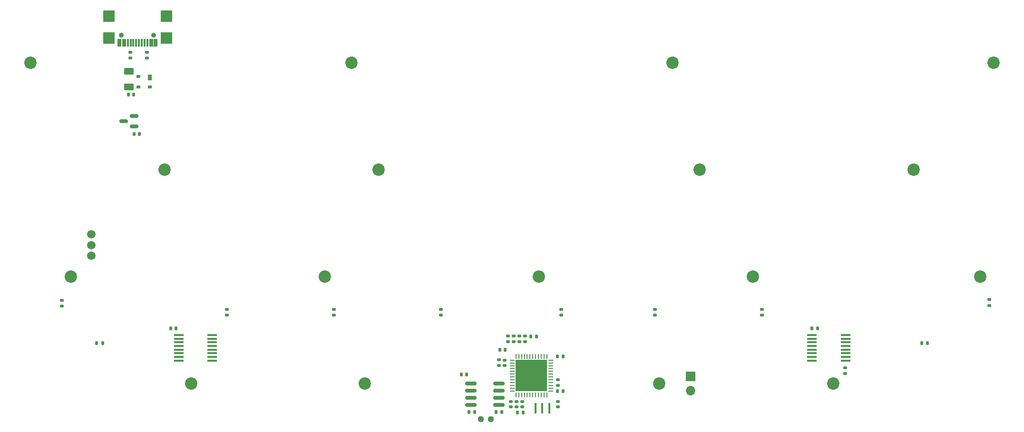
<source format=gbr>
%TF.GenerationSoftware,KiCad,Pcbnew,8.0.8*%
%TF.CreationDate,2025-03-01T19:04:34+01:00*%
%TF.ProjectId,travaulta HHKB,74726176-6175-46c7-9461-2048484b422e,rev?*%
%TF.SameCoordinates,Original*%
%TF.FileFunction,Soldermask,Bot*%
%TF.FilePolarity,Negative*%
%FSLAX46Y46*%
G04 Gerber Fmt 4.6, Leading zero omitted, Abs format (unit mm)*
G04 Created by KiCad (PCBNEW 8.0.8) date 2025-03-01 19:04:34*
%MOMM*%
%LPD*%
G01*
G04 APERTURE LIST*
G04 Aperture macros list*
%AMRoundRect*
0 Rectangle with rounded corners*
0 $1 Rounding radius*
0 $2 $3 $4 $5 $6 $7 $8 $9 X,Y pos of 4 corners*
0 Add a 4 corners polygon primitive as box body*
4,1,4,$2,$3,$4,$5,$6,$7,$8,$9,$2,$3,0*
0 Add four circle primitives for the rounded corners*
1,1,$1+$1,$2,$3*
1,1,$1+$1,$4,$5*
1,1,$1+$1,$6,$7*
1,1,$1+$1,$8,$9*
0 Add four rect primitives between the rounded corners*
20,1,$1+$1,$2,$3,$4,$5,0*
20,1,$1+$1,$4,$5,$6,$7,0*
20,1,$1+$1,$6,$7,$8,$9,0*
20,1,$1+$1,$8,$9,$2,$3,0*%
G04 Aperture macros list end*
%ADD10C,2.200000*%
%ADD11C,1.500000*%
%ADD12R,0.400000X1.900000*%
%ADD13RoundRect,0.140000X0.140000X0.170000X-0.140000X0.170000X-0.140000X-0.170000X0.140000X-0.170000X0*%
%ADD14RoundRect,0.140000X-0.140000X-0.170000X0.140000X-0.170000X0.140000X0.170000X-0.140000X0.170000X0*%
%ADD15RoundRect,0.140000X-0.170000X0.140000X-0.170000X-0.140000X0.170000X-0.140000X0.170000X0.140000X0*%
%ADD16RoundRect,0.150000X-0.825000X-0.150000X0.825000X-0.150000X0.825000X0.150000X-0.825000X0.150000X0*%
%ADD17RoundRect,0.135000X-0.185000X0.135000X-0.185000X-0.135000X0.185000X-0.135000X0.185000X0.135000X0*%
%ADD18RoundRect,0.135000X0.185000X-0.135000X0.185000X0.135000X-0.185000X0.135000X-0.185000X-0.135000X0*%
%ADD19RoundRect,0.135000X-0.135000X-0.185000X0.135000X-0.185000X0.135000X0.185000X-0.135000X0.185000X0*%
%ADD20RoundRect,0.062500X0.062500X-0.375000X0.062500X0.375000X-0.062500X0.375000X-0.062500X-0.375000X0*%
%ADD21RoundRect,0.062500X0.375000X-0.062500X0.375000X0.062500X-0.375000X0.062500X-0.375000X-0.062500X0*%
%ADD22R,5.600000X5.600000*%
%ADD23RoundRect,0.135000X0.135000X0.185000X-0.135000X0.185000X-0.135000X-0.185000X0.135000X-0.185000X0*%
%ADD24R,1.778000X0.419100*%
%ADD25RoundRect,0.250000X-0.625000X0.375000X-0.625000X-0.375000X0.625000X-0.375000X0.625000X0.375000X0*%
%ADD26R,0.700000X1.000000*%
%ADD27R,0.700000X0.600000*%
%ADD28RoundRect,0.140000X0.170000X-0.140000X0.170000X0.140000X-0.170000X0.140000X-0.170000X-0.140000X0*%
%ADD29R,1.700000X1.700000*%
%ADD30O,1.700000X1.700000*%
%ADD31RoundRect,0.150000X0.587500X0.150000X-0.587500X0.150000X-0.587500X-0.150000X0.587500X-0.150000X0*%
%ADD32RoundRect,0.237500X0.250000X0.237500X-0.250000X0.237500X-0.250000X-0.237500X0.250000X-0.237500X0*%
%ADD33C,0.900000*%
%ADD34RoundRect,0.050000X-0.300000X-0.650000X0.300000X-0.650000X0.300000X0.650000X-0.300000X0.650000X0*%
%ADD35RoundRect,0.050000X-0.150000X-0.650000X0.150000X-0.650000X0.150000X0.650000X-0.150000X0.650000X0*%
%ADD36RoundRect,0.050000X-1.000000X-1.000000X1.000000X-1.000000X1.000000X1.000000X-1.000000X1.000000X0*%
G04 APERTURE END LIST*
D10*
%TO.C,H2*%
X120650000Y-57150000D03*
%TD*%
%TO.C,H11*%
X153987500Y-95250000D03*
%TD*%
%TO.C,H1*%
X63500000Y-57150000D03*
%TD*%
D11*
%TO.C,J1*%
X74322402Y-91576772D03*
X74322402Y-89676772D03*
X74322402Y-87776772D03*
%TD*%
D10*
%TO.C,H9*%
X70643750Y-95250000D03*
%TD*%
%TO.C,H13*%
X232568750Y-95250000D03*
%TD*%
%TO.C,H5*%
X87312500Y-76200000D03*
%TD*%
%TO.C,H10*%
X115887500Y-95250000D03*
%TD*%
%TO.C,H8*%
X220662500Y-76200000D03*
%TD*%
%TO.C,H15*%
X123031250Y-114300000D03*
%TD*%
%TO.C,H3*%
X177800000Y-57150000D03*
%TD*%
%TO.C,H17*%
X206375000Y-114300000D03*
%TD*%
%TO.C,H4*%
X234950000Y-57150000D03*
%TD*%
%TO.C,H6*%
X125412500Y-76200000D03*
%TD*%
%TO.C,H16*%
X175418750Y-114300000D03*
%TD*%
%TO.C,H12*%
X192087500Y-95250000D03*
%TD*%
%TO.C,H7*%
X182562500Y-76200000D03*
%TD*%
%TO.C,H14*%
X92075000Y-114300000D03*
%TD*%
D12*
%TO.C,Y1*%
X153416000Y-118745000D03*
X154616000Y-118745000D03*
X155816000Y-118745000D03*
%TD*%
D13*
%TO.C,C7*%
X147984000Y-108331000D03*
X147024000Y-108331000D03*
%TD*%
D14*
%TO.C,C12*%
X202609436Y-104534305D03*
X203569436Y-104534305D03*
%TD*%
D15*
%TO.C,C15*%
X149031000Y-117540000D03*
X149031000Y-118500000D03*
%TD*%
D16*
%TO.C,U5*%
X141899097Y-118120501D03*
X141899097Y-116850501D03*
X141899097Y-115580501D03*
X141899097Y-114310501D03*
X146849097Y-114310501D03*
X146849097Y-115580501D03*
X146849097Y-116850501D03*
X146849097Y-118120501D03*
%TD*%
D17*
%TO.C,R7*%
X146843750Y-110107000D03*
X146843750Y-111127000D03*
%TD*%
D18*
%TO.C,R11*%
X98425000Y-102110000D03*
X98425000Y-101090000D03*
%TD*%
D17*
%TO.C,R2*%
X151511000Y-105877000D03*
X151511000Y-106897000D03*
%TD*%
D14*
%TO.C,C9*%
X157311000Y-115663994D03*
X158271000Y-115663994D03*
%TD*%
D19*
%TO.C,R4*%
X152525000Y-105918000D03*
X153545000Y-105918000D03*
%TD*%
D20*
%TO.C,U1*%
X155404000Y-116340500D03*
X154904000Y-116340500D03*
X154404000Y-116340500D03*
X153904000Y-116340500D03*
X153404000Y-116340500D03*
X152904000Y-116340500D03*
X152404000Y-116340500D03*
X151904000Y-116340500D03*
X151404000Y-116340500D03*
X150904000Y-116340500D03*
X150404000Y-116340500D03*
X149904000Y-116340500D03*
D21*
X149216500Y-115653000D03*
X149216500Y-115153000D03*
X149216500Y-114653000D03*
X149216500Y-114153000D03*
X149216500Y-113653000D03*
X149216500Y-113153000D03*
X149216500Y-112653000D03*
X149216500Y-112153000D03*
X149216500Y-111653000D03*
X149216500Y-111153000D03*
X149216500Y-110653000D03*
X149216500Y-110153000D03*
D20*
X149904000Y-109465500D03*
X150404000Y-109465500D03*
X150904000Y-109465500D03*
X151404000Y-109465500D03*
X151904000Y-109465500D03*
X152404000Y-109465500D03*
X152904000Y-109465500D03*
X153404000Y-109465500D03*
X153904000Y-109465500D03*
X154404000Y-109465500D03*
X154904000Y-109465500D03*
X155404000Y-109465500D03*
D21*
X156091500Y-110153000D03*
X156091500Y-110653000D03*
X156091500Y-111153000D03*
X156091500Y-111653000D03*
X156091500Y-112153000D03*
X156091500Y-112653000D03*
X156091500Y-113153000D03*
X156091500Y-113653000D03*
X156091500Y-114153000D03*
X156091500Y-114653000D03*
X156091500Y-115153000D03*
X156091500Y-115653000D03*
D22*
X152654000Y-112903000D03*
%TD*%
D18*
%TO.C,R12*%
X157956250Y-102110000D03*
X157956250Y-101090000D03*
%TD*%
%TO.C,R15*%
X69088000Y-100522500D03*
X69088000Y-99502500D03*
%TD*%
D15*
%TO.C,C11*%
X151063000Y-117540000D03*
X151063000Y-118500000D03*
%TD*%
D23*
%TO.C,R13*%
X76305148Y-107156250D03*
X75285148Y-107156250D03*
%TD*%
D14*
%TO.C,C8*%
X157311000Y-109474000D03*
X158271000Y-109474000D03*
%TD*%
D18*
%TO.C,R10*%
X174625000Y-102110000D03*
X174625000Y-101090000D03*
%TD*%
D24*
%TO.C,U3*%
X208555590Y-105676700D03*
X208555590Y-106326940D03*
X208555590Y-106977180D03*
X208555590Y-107627420D03*
X208555590Y-108272580D03*
X208555590Y-108922820D03*
X208555590Y-109573060D03*
X208555590Y-110223300D03*
X202606910Y-110223300D03*
X202606910Y-109573060D03*
X202606910Y-108922820D03*
X202606910Y-108272580D03*
X202606910Y-107627420D03*
X202606910Y-106977180D03*
X202606910Y-106326940D03*
X202606910Y-105676700D03*
%TD*%
D18*
%TO.C,R1*%
X148463000Y-106897000D03*
X148463000Y-105877000D03*
%TD*%
D17*
%TO.C,R16*%
X234156250Y-99377387D03*
X234156250Y-100397387D03*
%TD*%
D13*
%TO.C,C14*%
X141132500Y-112712500D03*
X140172500Y-112712500D03*
%TD*%
D18*
%TO.C,R9*%
X149479000Y-106897000D03*
X149479000Y-105877000D03*
%TD*%
D13*
%TO.C,C13*%
X89380000Y-104485820D03*
X88420000Y-104485820D03*
%TD*%
D19*
%TO.C,R21*%
X146332687Y-119390501D03*
X147352687Y-119390501D03*
%TD*%
D14*
%TO.C,C5*%
X81943000Y-69850000D03*
X82903000Y-69850000D03*
%TD*%
D18*
%TO.C,R20*%
X193675000Y-102110000D03*
X193675000Y-101090000D03*
%TD*%
D23*
%TO.C,R23*%
X142592312Y-119390501D03*
X141572312Y-119390501D03*
%TD*%
D17*
%TO.C,R14*%
X208548088Y-111558447D03*
X208548088Y-112578447D03*
%TD*%
D19*
%TO.C,R6*%
X150169000Y-119507000D03*
X151189000Y-119507000D03*
%TD*%
D25*
%TO.C,F_USBC1*%
X80962500Y-58671000D03*
X80962500Y-61471000D03*
%TD*%
D26*
%TO.C,D1*%
X84693000Y-59829000D03*
D27*
X84693000Y-61529000D03*
X82693000Y-61529000D03*
X82693000Y-59629000D03*
%TD*%
D18*
%TO.C,R18*%
X81280000Y-56356250D03*
X81280000Y-55336250D03*
%TD*%
D17*
%TO.C,R3*%
X157410000Y-113663000D03*
X157410000Y-114683000D03*
%TD*%
%TO.C,R8*%
X150495000Y-105877000D03*
X150495000Y-106897000D03*
%TD*%
D19*
%TO.C,R5*%
X222146885Y-107164145D03*
X223166885Y-107164145D03*
%TD*%
D28*
%TO.C,C1*%
X147885000Y-111097000D03*
X147885000Y-110137000D03*
%TD*%
D14*
%TO.C,C4*%
X80927000Y-62865000D03*
X81887000Y-62865000D03*
%TD*%
D24*
%TO.C,U4*%
X95843090Y-105676700D03*
X95843090Y-106326940D03*
X95843090Y-106977180D03*
X95843090Y-107627420D03*
X95843090Y-108272580D03*
X95843090Y-108922820D03*
X95843090Y-109573060D03*
X95843090Y-110223300D03*
X89894410Y-110223300D03*
X89894410Y-109573060D03*
X89894410Y-108922820D03*
X89894410Y-108272580D03*
X89894410Y-107627420D03*
X89894410Y-106977180D03*
X89894410Y-106326940D03*
X89894410Y-105676700D03*
%TD*%
D29*
%TO.C,SW38*%
X180975000Y-113025000D03*
D30*
X180975000Y-115565000D03*
%TD*%
D15*
%TO.C,C6*%
X157410000Y-117503000D03*
X157410000Y-118463000D03*
%TD*%
D31*
%TO.C,U2*%
X81963500Y-66614000D03*
X81963500Y-68514000D03*
X80088500Y-67564000D03*
%TD*%
D32*
%TO.C,JP1*%
X145462340Y-120650000D03*
X143637340Y-120650000D03*
%TD*%
D33*
%TO.C,USB1*%
X79660000Y-52271250D03*
X85440000Y-52271250D03*
D34*
X79350000Y-53631250D03*
X80150000Y-53631250D03*
D35*
X80800000Y-53631250D03*
X81300000Y-53631250D03*
X81800000Y-53631250D03*
X82300000Y-53631250D03*
X82800000Y-53631250D03*
X83300000Y-53631250D03*
X83800000Y-53631250D03*
X84300000Y-53631250D03*
D34*
X84950000Y-53631250D03*
X85750000Y-53631250D03*
D36*
X77430000Y-48871250D03*
X77430000Y-52771250D03*
X87670000Y-48871250D03*
X87670000Y-52771250D03*
%TD*%
D18*
%TO.C,R19*%
X136525000Y-102110000D03*
X136525000Y-101090000D03*
%TD*%
D17*
%TO.C,R24*%
X84201000Y-55336250D03*
X84201000Y-56356250D03*
%TD*%
D15*
%TO.C,C10*%
X150047000Y-117540000D03*
X150047000Y-118500000D03*
%TD*%
D18*
%TO.C,R17*%
X117475000Y-102110000D03*
X117475000Y-101090000D03*
%TD*%
M02*

</source>
